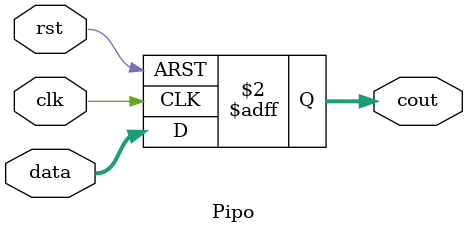
<source format=v>

module Pipo(cout,data,clk,rst);
  input clk,rst;
  input [3:0]data;
  output [3:0]cout;
  reg [3:0]cout;
  always@(posedge clk or posedge rst)
  begin
    if(rst)
      cout <= 4'b0000;
  else
    cout <= data;
end
endmodule

  //22BEC0754
</source>
